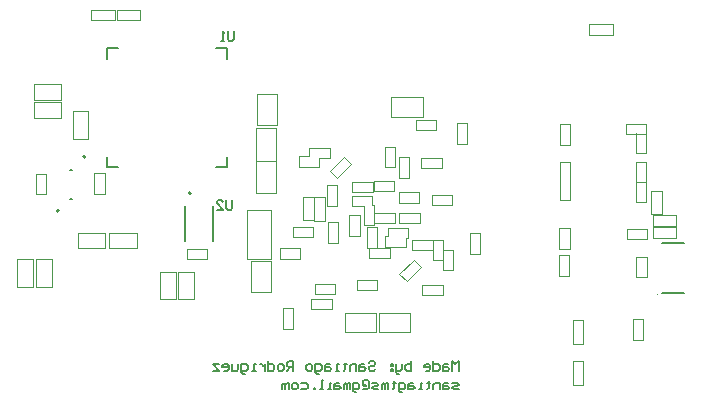
<source format=gbo>
G04*
G04 #@! TF.GenerationSoftware,Altium Limited,Altium Designer,21.4.1 (30)*
G04*
G04 Layer_Color=32896*
%FSLAX25Y25*%
%MOIN*%
G70*
G04*
G04 #@! TF.SameCoordinates,690C2B1C-B9AF-4ECE-B77D-8E73C62371D7*
G04*
G04*
G04 #@! TF.FilePolarity,Positive*
G04*
G01*
G75*
%ADD11C,0.00787*%
%ADD13C,0.00500*%
%ADD15C,0.00394*%
%ADD16C,0.00400*%
%ADD17C,0.00591*%
D11*
X35300Y116700D02*
G03*
X35300Y116700I-394J0D01*
G01*
X70423Y104480D02*
G03*
X70423Y104480I-394J0D01*
G01*
X26460Y98683D02*
G03*
X26460Y98683I-394J0D01*
G01*
D13*
X227440Y87947D02*
X234920D01*
X227360Y71147D02*
X234840D01*
X82382Y113118D02*
Y116701D01*
Y149299D02*
Y152882D01*
X42618Y113118D02*
Y116661D01*
Y149299D02*
Y152882D01*
X78799Y113118D02*
X82382D01*
X78799Y152882D02*
X82382D01*
X42618Y113118D02*
X46201D01*
X42618Y152882D02*
X46201D01*
X68375Y88594D02*
Y100405D01*
X77824Y88594D02*
Y100405D01*
X30082Y102424D02*
X30711D01*
X30082Y112266D02*
X30711D01*
D15*
X226037Y70847D02*
G03*
X226037Y70847I-197J0D01*
G01*
D16*
X89000Y82509D02*
Y98909D01*
Y82509D02*
X97000D01*
Y82609D02*
Y98909D01*
X89000D02*
X97000D01*
Y82509D02*
Y82609D01*
X151173Y82234D02*
Y89034D01*
X223900Y97600D02*
X227500D01*
X129100Y86300D02*
X130000D01*
X136000Y90200D02*
Y93000D01*
X135305Y90200D02*
X136000D01*
X142100Y86800D02*
Y89600D01*
X142900D01*
X130800Y100600D02*
Y103500D01*
X130700D02*
X130800D01*
X128200Y93800D02*
Y100100D01*
Y93768D02*
X131600D01*
X124000Y100100D02*
X128200D01*
X130800Y100600D02*
X131600D01*
X109900Y116800D02*
Y119600D01*
X106400Y116800D02*
X109900D01*
X113100Y113400D02*
Y116300D01*
X116700D01*
X12600Y82500D02*
X17800D01*
Y73300D02*
Y82500D01*
X12600Y73300D02*
X17800D01*
X12600D02*
Y82500D01*
X66200Y69200D02*
X71400D01*
X66200D02*
Y78400D01*
X71400D01*
Y69200D02*
Y78400D01*
X52400Y86200D02*
Y91400D01*
X43200Y86200D02*
X52400D01*
X43200D02*
Y91400D01*
X52400D01*
X18800Y73300D02*
X24000D01*
X18800D02*
Y82500D01*
X24000D01*
Y73300D02*
Y82500D01*
X60200Y78400D02*
X65400D01*
Y69200D02*
Y78400D01*
X60200Y69200D02*
X65400D01*
X60200D02*
Y78400D01*
X41900Y86200D02*
Y91400D01*
X32700Y86200D02*
X41900D01*
X32700D02*
Y91400D01*
X41900D01*
X223900Y97600D02*
Y105400D01*
X227500Y97600D02*
Y105400D01*
X223900D02*
X227500D01*
X224400Y89500D02*
X232200D01*
Y93100D01*
X224400D02*
X232200D01*
X224400Y89500D02*
Y93100D01*
Y97200D02*
X232200D01*
X224400Y93600D02*
Y97200D01*
Y93600D02*
X232200D01*
Y97200D01*
X107895Y95474D02*
Y103274D01*
Y95474D02*
X111495D01*
Y103274D01*
X107895D02*
X111495D01*
X111500Y95400D02*
Y103200D01*
Y95400D02*
X115100D01*
Y103200D01*
X111500D02*
X115100D01*
X203199Y157386D02*
X210999D01*
Y160986D01*
X203199D02*
X210999D01*
X203199Y157386D02*
Y160986D01*
X197700Y54300D02*
Y62100D01*
Y54300D02*
X201300D01*
Y62100D01*
X197700D02*
X201300D01*
Y40700D02*
Y48500D01*
X197700D02*
X201300D01*
X197700Y40700D02*
Y48500D01*
Y40700D02*
X201300D01*
X31000Y122639D02*
X36200D01*
X31000D02*
Y131839D01*
X36200D01*
Y122639D02*
Y131839D01*
X18100Y135700D02*
Y140900D01*
X27300D01*
Y135700D02*
Y140900D01*
X18100Y135700D02*
X27300D01*
X45800Y162100D02*
X53600D01*
Y165700D01*
X45800D02*
X53600D01*
X45800Y162100D02*
Y165700D01*
X37300Y162100D02*
X45100D01*
Y165700D01*
X37300D02*
X45100D01*
X37300Y162100D02*
Y165700D01*
X27300Y129700D02*
Y134900D01*
X18100Y129700D02*
X27300D01*
X18100D02*
Y134900D01*
X27300D01*
X196922Y102100D02*
Y108900D01*
X193522Y102100D02*
X196922D01*
X193522D02*
Y108900D01*
X215668Y89300D02*
X222467D01*
Y92700D01*
X215668Y89300D02*
Y92700D01*
X222467D01*
X218719Y108200D02*
Y114885D01*
Y108200D02*
X222119D01*
X218719Y114885D02*
X222119D01*
Y108200D02*
Y114885D01*
X196870Y108167D02*
Y114967D01*
X193470D02*
X196870D01*
X193470Y108167D02*
Y114967D01*
X215470Y124267D02*
X222270D01*
Y127667D01*
X215470Y124267D02*
Y127667D01*
X222270D01*
X193200Y77000D02*
Y83800D01*
Y77000D02*
X196600D01*
X193200Y83800D02*
X196600D01*
Y77000D02*
Y83800D01*
X222169Y101567D02*
Y108367D01*
X218770Y101567D02*
X222169D01*
X218770D02*
Y108367D01*
X193522Y120683D02*
Y127483D01*
Y120683D02*
X196922D01*
X193522Y127483D02*
X196922D01*
Y120683D02*
Y127483D01*
X218969Y76567D02*
Y83367D01*
Y76567D02*
X222370D01*
X218969Y83367D02*
X222370D01*
Y76567D02*
Y83367D01*
X222100Y117800D02*
Y124600D01*
X218681Y117800D02*
X222100D01*
X218681D02*
Y124467D01*
X196700Y86032D02*
Y92832D01*
X193300D02*
X196700D01*
X193300Y86032D02*
X196700D01*
X193300D02*
Y92832D01*
X92300Y115600D02*
Y126200D01*
X98900D01*
Y115600D02*
Y126200D01*
X131800Y97900D02*
X138600D01*
Y94500D02*
Y97900D01*
X131800Y94500D02*
X138600D01*
X144273Y85534D02*
X151073D01*
X144273D02*
Y88934D01*
X151073D01*
X139800Y101400D02*
X146600D01*
Y104800D01*
X139800Y101400D02*
Y104800D01*
X146600D01*
X142900Y89600D02*
Y93000D01*
X136000D02*
X142900D01*
X135305Y86734D02*
X142105D01*
X135305D02*
Y90200D01*
X99000Y127156D02*
Y137756D01*
X92400D02*
X99000D01*
X92400Y127156D02*
X99000D01*
X92400D02*
Y137756D01*
X139773Y109734D02*
Y116534D01*
Y109734D02*
X143173D01*
X139773Y116534D02*
X143173D01*
Y109734D02*
Y116534D01*
X116000Y88000D02*
Y94800D01*
Y88000D02*
X119400D01*
X116000Y94800D02*
X119400D01*
Y88000D02*
Y94800D01*
X115900Y100300D02*
Y107100D01*
Y100300D02*
X119300D01*
X115900Y107100D02*
X119300D01*
Y100300D02*
Y107100D01*
X132473Y86467D02*
Y93267D01*
X129100D02*
X132473D01*
X129100Y86300D02*
Y93267D01*
X124205Y104934D02*
X131005D01*
Y108334D01*
X124205Y104934D02*
Y108334D01*
X131005D01*
X131473Y108734D02*
X138273D01*
X131473Y105334D02*
Y108734D01*
X138273Y105334D02*
Y108734D01*
X131473Y105334D02*
X138273D01*
X131600Y93768D02*
Y100568D01*
X126700Y90300D02*
Y97100D01*
X123300D02*
X126700D01*
X123300Y90300D02*
X126700D01*
X123300D02*
Y97100D01*
X97000Y71444D02*
Y82044D01*
X90400D02*
X97000D01*
X90400Y71444D02*
X97000D01*
X90400D02*
Y82044D01*
X100100Y86100D02*
X106900D01*
X100100Y82700D02*
Y86100D01*
X106900Y82700D02*
Y86100D01*
X100100Y82700D02*
X106900D01*
X111800Y71000D02*
X118600D01*
Y74400D01*
X111800Y71000D02*
Y74400D01*
X118600D01*
X110573Y65934D02*
X117373D01*
Y69334D01*
X110573Y65934D02*
Y69334D01*
X117373D01*
X101100Y59332D02*
Y66132D01*
Y59332D02*
X104500D01*
X101100Y66132D02*
X104500D01*
Y59332D02*
Y66132D01*
X137100Y130000D02*
X147700D01*
Y136600D01*
X137100Y130000D02*
Y136600D01*
X147700D01*
X135100Y113100D02*
Y119900D01*
Y113100D02*
X138500D01*
X135100Y119900D02*
X138500D01*
Y113100D02*
Y119900D01*
X145473Y128834D02*
X152273D01*
X145473Y125434D02*
Y128834D01*
X152273Y125434D02*
Y128834D01*
X145473Y125434D02*
X152273D01*
X159073Y121034D02*
Y127834D01*
Y121034D02*
X162473D01*
X159073Y127834D02*
X162473D01*
Y121034D02*
Y127834D01*
X147200Y116400D02*
X154000D01*
X147200Y113000D02*
Y116400D01*
X154000Y113000D02*
Y116400D01*
X147200Y113000D02*
X154000D01*
X139873Y98034D02*
X146673D01*
X139873Y94634D02*
Y98034D01*
X146673Y94634D02*
Y98034D01*
X139873Y94634D02*
X146673D01*
X150741Y104034D02*
X157541D01*
X150741Y100634D02*
Y104034D01*
X157541Y100634D02*
Y104034D01*
X150741Y100634D02*
X157541D01*
X124000Y103534D02*
X130700D01*
X124000Y100100D02*
Y103534D01*
X121683Y64700D02*
X132283D01*
X121683Y58100D02*
Y64700D01*
X132283Y58100D02*
Y64700D01*
X121683Y58100D02*
X132283D01*
X133056D02*
X143656D01*
Y64700D01*
X133056Y58100D02*
Y64700D01*
X143656D01*
X154573Y78834D02*
Y85634D01*
Y78834D02*
X157973D01*
X154573Y85634D02*
X157973D01*
Y78834D02*
Y85634D01*
X154573Y82234D02*
Y89034D01*
X151173D02*
X154573D01*
X151173Y82234D02*
X154573D01*
X116767Y111932D02*
X121575Y116741D01*
X116767Y111932D02*
X119171Y109528D01*
X121575Y116741D02*
X123979Y114336D01*
X119171Y109528D02*
X123979Y114336D01*
X129973Y82934D02*
X136773D01*
Y86334D01*
X129973Y82934D02*
Y86334D01*
X136773D01*
X147573Y73834D02*
X154373D01*
X147573Y70434D02*
Y73834D01*
X154373Y70434D02*
Y73834D01*
X147573Y70434D02*
X154373D01*
X166973Y84402D02*
Y91202D01*
X163573D02*
X166973D01*
X163573Y84402D02*
X166973D01*
X163573D02*
Y91202D01*
X92284Y104644D02*
Y115400D01*
Y104644D02*
X98884D01*
X92284Y115400D02*
X98884D01*
Y104644D02*
Y115400D01*
X104473Y89834D02*
X111273D01*
Y93234D01*
X104473Y89834D02*
Y93234D01*
X111273D01*
X142371Y75128D02*
X147179Y79936D01*
X144775Y82341D02*
X147179Y79936D01*
X139967Y77532D02*
X142371Y75128D01*
X139967Y77532D02*
X144775Y82341D01*
X106400Y113400D02*
Y116800D01*
Y113400D02*
X113100D01*
X116700Y116300D02*
Y119634D01*
X109900D02*
X116700D01*
X125813Y72186D02*
X132613D01*
Y75586D01*
X125813Y72186D02*
Y75586D01*
X132613D01*
X221200Y55700D02*
Y62500D01*
X217800D02*
X221200D01*
X217800Y55700D02*
X221200D01*
X217800D02*
Y62500D01*
X69000Y82500D02*
X75800D01*
Y85900D01*
X69000Y82500D02*
Y85900D01*
X75800D01*
X38300Y104400D02*
Y111200D01*
Y104400D02*
X41700D01*
X38300Y111200D02*
X41700D01*
Y104400D02*
Y111200D01*
X22100Y104100D02*
Y110900D01*
X18700D02*
X22100D01*
X18700Y104100D02*
X22100D01*
X18700D02*
Y110900D01*
D17*
X159709Y45385D02*
Y48534D01*
X158660Y47484D01*
X157610Y48534D01*
Y45385D01*
X156036Y47484D02*
X154986D01*
X154462Y46959D01*
Y45385D01*
X156036D01*
X156561Y45910D01*
X156036Y46435D01*
X154462D01*
X151313Y48534D02*
Y45385D01*
X152887D01*
X153412Y45910D01*
Y46959D01*
X152887Y47484D01*
X151313D01*
X148689Y45385D02*
X149739D01*
X150264Y45910D01*
Y46959D01*
X149739Y47484D01*
X148689D01*
X148164Y46959D01*
Y46435D01*
X150264D01*
X143966Y48534D02*
Y45385D01*
X142392D01*
X141867Y45910D01*
Y46435D01*
Y46959D01*
X142392Y47484D01*
X143966D01*
X140818D02*
Y45910D01*
X140293Y45385D01*
X138719D01*
Y44860D01*
X139243Y44336D01*
X139768D01*
X138719Y45385D02*
Y47484D01*
X137669D02*
X137144D01*
Y46959D01*
X137669D01*
Y47484D01*
Y45910D02*
X137144D01*
Y45385D01*
X137669D01*
Y45910D01*
X129798Y48009D02*
X130322Y48534D01*
X131372D01*
X131897Y48009D01*
Y47484D01*
X131372Y46959D01*
X130322D01*
X129798Y46435D01*
Y45910D01*
X130322Y45385D01*
X131372D01*
X131897Y45910D01*
X128223Y47484D02*
X127174D01*
X126649Y46959D01*
Y45385D01*
X128223D01*
X128748Y45910D01*
X128223Y46435D01*
X126649D01*
X125600Y45385D02*
Y47484D01*
X124025D01*
X123501Y46959D01*
Y45385D01*
X121926Y48009D02*
Y47484D01*
X122451D01*
X121401D01*
X121926D01*
Y45910D01*
X121401Y45385D01*
X119827D02*
X118778D01*
X119302D01*
Y47484D01*
X119827D01*
X116679D02*
X115629D01*
X115104Y46959D01*
Y45385D01*
X116679D01*
X117203Y45910D01*
X116679Y46435D01*
X115104D01*
X113005Y44336D02*
X112480D01*
X111956Y44860D01*
Y47484D01*
X113530D01*
X114055Y46959D01*
Y45910D01*
X113530Y45385D01*
X111956D01*
X110381D02*
X109332D01*
X108807Y45910D01*
Y46959D01*
X109332Y47484D01*
X110381D01*
X110906Y46959D01*
Y45910D01*
X110381Y45385D01*
X104609D02*
Y48534D01*
X103035D01*
X102510Y48009D01*
Y46959D01*
X103035Y46435D01*
X104609D01*
X103559D02*
X102510Y45385D01*
X100936D02*
X99886D01*
X99361Y45910D01*
Y46959D01*
X99886Y47484D01*
X100936D01*
X101460Y46959D01*
Y45910D01*
X100936Y45385D01*
X96213Y48534D02*
Y45385D01*
X97787D01*
X98312Y45910D01*
Y46959D01*
X97787Y47484D01*
X96213D01*
X95163D02*
Y45385D01*
Y46435D01*
X94638Y46959D01*
X94114Y47484D01*
X93589D01*
X92015Y45385D02*
X90965D01*
X91490D01*
Y47484D01*
X92015D01*
X88341Y44336D02*
X87816D01*
X87292Y44860D01*
Y47484D01*
X88866D01*
X89391Y46959D01*
Y45910D01*
X88866Y45385D01*
X87292D01*
X86242Y47484D02*
Y45910D01*
X85717Y45385D01*
X84143D01*
Y47484D01*
X81519Y45385D02*
X82569D01*
X83094Y45910D01*
Y46959D01*
X82569Y47484D01*
X81519D01*
X80994Y46959D01*
Y46435D01*
X83094D01*
X79945Y47484D02*
X77846D01*
X79945Y45385D01*
X77846D01*
X159709Y39140D02*
X158135D01*
X157610Y39665D01*
X158135Y40189D01*
X159185D01*
X159709Y40714D01*
X159185Y41239D01*
X157610D01*
X156036D02*
X154986D01*
X154462Y40714D01*
Y39140D01*
X156036D01*
X156561Y39665D01*
X156036Y40189D01*
X154462D01*
X153412Y39140D02*
Y41239D01*
X151838D01*
X151313Y40714D01*
Y39140D01*
X149739Y41764D02*
Y41239D01*
X150264D01*
X149214D01*
X149739D01*
Y39665D01*
X149214Y39140D01*
X147640D02*
X146590D01*
X147115D01*
Y41239D01*
X147640D01*
X144491D02*
X143441D01*
X142917Y40714D01*
Y39140D01*
X144491D01*
X145016Y39665D01*
X144491Y40189D01*
X142917D01*
X140818Y38091D02*
X140293D01*
X139768Y38615D01*
Y41239D01*
X141342D01*
X141867Y40714D01*
Y39665D01*
X141342Y39140D01*
X139768D01*
X138194Y41764D02*
Y41239D01*
X138719D01*
X137669D01*
X138194D01*
Y39665D01*
X137669Y39140D01*
X136095D02*
Y41239D01*
X135570D01*
X135045Y40714D01*
Y39140D01*
Y40714D01*
X134520Y41239D01*
X133996Y40714D01*
Y39140D01*
X132946D02*
X131372D01*
X130847Y39665D01*
X131372Y40189D01*
X132422D01*
X132946Y40714D01*
X132422Y41239D01*
X130847D01*
X128223Y40189D02*
Y40714D01*
X128748D01*
Y40189D01*
X128223D01*
X127699Y40714D01*
Y41764D01*
X128223Y42289D01*
X129273D01*
X129798Y41764D01*
Y39665D01*
X129273Y39140D01*
X127699D01*
X125600Y38091D02*
X125075D01*
X124550Y38615D01*
Y41239D01*
X126124D01*
X126649Y40714D01*
Y39665D01*
X126124Y39140D01*
X124550D01*
X123501D02*
Y41239D01*
X122976D01*
X122451Y40714D01*
Y39140D01*
Y40714D01*
X121926Y41239D01*
X121401Y40714D01*
Y39140D01*
X119827Y41239D02*
X118778D01*
X118253Y40714D01*
Y39140D01*
X119827D01*
X120352Y39665D01*
X119827Y40189D01*
X118253D01*
X117203Y39140D02*
X116154D01*
X116679D01*
Y41239D01*
X117203D01*
X114579Y39140D02*
X113530D01*
X114055D01*
Y42289D01*
X114579D01*
X111956Y39140D02*
Y39665D01*
X111431D01*
Y39140D01*
X111956D01*
X107233Y41239D02*
X108807D01*
X109332Y40714D01*
Y39665D01*
X108807Y39140D01*
X107233D01*
X105658D02*
X104609D01*
X104084Y39665D01*
Y40714D01*
X104609Y41239D01*
X105658D01*
X106183Y40714D01*
Y39665D01*
X105658Y39140D01*
X103035D02*
Y41239D01*
X102510D01*
X101985Y40714D01*
Y39140D01*
Y40714D01*
X101460Y41239D01*
X100936Y40714D01*
Y39140D01*
X84324Y102174D02*
Y99550D01*
X83799Y99026D01*
X82749D01*
X82225Y99550D01*
Y102174D01*
X79076Y99026D02*
X81175D01*
X79076Y101125D01*
Y101649D01*
X79601Y102174D01*
X80650D01*
X81175Y101649D01*
X84799Y158474D02*
Y155850D01*
X84274Y155326D01*
X83225D01*
X82700Y155850D01*
Y158474D01*
X81650Y155326D02*
X80601D01*
X81125D01*
Y158474D01*
X81650Y157949D01*
M02*

</source>
